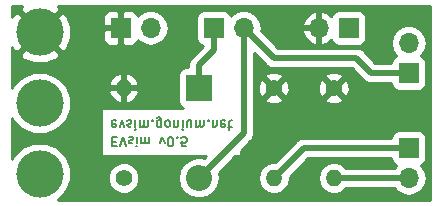
<source format=gbr>
%TF.GenerationSoftware,KiCad,Pcbnew,5.0.1-33cea8e~68~ubuntu16.04.1*%
%TF.CreationDate,2018-12-14T10:51:57+01:00*%
%TF.ProjectId,EVSE-Car-Simulator,455653452D4361722D53696D756C6174,rev?*%
%TF.SameCoordinates,Original*%
%TF.FileFunction,Copper,L2,Bot,Signal*%
%TF.FilePolarity,Positive*%
%FSLAX46Y46*%
G04 Gerber Fmt 4.6, Leading zero omitted, Abs format (unit mm)*
G04 Created by KiCad (PCBNEW 5.0.1-33cea8e~68~ubuntu16.04.1) date Fr 14 Dez 2018 10:51:57 CET*
%MOMM*%
%LPD*%
G01*
G04 APERTURE LIST*
%ADD10C,0.200000*%
%ADD11C,1.400000*%
%ADD12O,1.400000X1.400000*%
%ADD13C,4.000000*%
%ADD14R,1.700000X1.700000*%
%ADD15O,1.700000X1.700000*%
%ADD16O,2.200000X2.200000*%
%ADD17R,2.200000X2.200000*%
%ADD18C,0.500000*%
%ADD19C,0.254000*%
G04 APERTURE END LIST*
D10*
X133670476Y-106167142D02*
X133937142Y-106167142D01*
X134051428Y-105748095D02*
X133670476Y-105748095D01*
X133670476Y-106548095D01*
X134051428Y-106548095D01*
X134280000Y-106548095D02*
X134546666Y-105748095D01*
X134813333Y-106548095D01*
X135041904Y-105786190D02*
X135118095Y-105748095D01*
X135270476Y-105748095D01*
X135346666Y-105786190D01*
X135384761Y-105862380D01*
X135384761Y-105900476D01*
X135346666Y-105976666D01*
X135270476Y-106014761D01*
X135156190Y-106014761D01*
X135080000Y-106052857D01*
X135041904Y-106129047D01*
X135041904Y-106167142D01*
X135080000Y-106243333D01*
X135156190Y-106281428D01*
X135270476Y-106281428D01*
X135346666Y-106243333D01*
X135727619Y-105748095D02*
X135727619Y-106281428D01*
X135727619Y-106548095D02*
X135689523Y-106510000D01*
X135727619Y-106471904D01*
X135765714Y-106510000D01*
X135727619Y-106548095D01*
X135727619Y-106471904D01*
X136108571Y-105748095D02*
X136108571Y-106281428D01*
X136108571Y-106205238D02*
X136146666Y-106243333D01*
X136222857Y-106281428D01*
X136337142Y-106281428D01*
X136413333Y-106243333D01*
X136451428Y-106167142D01*
X136451428Y-105748095D01*
X136451428Y-106167142D02*
X136489523Y-106243333D01*
X136565714Y-106281428D01*
X136680000Y-106281428D01*
X136756190Y-106243333D01*
X136794285Y-106167142D01*
X136794285Y-105748095D01*
X137708571Y-106281428D02*
X137899047Y-105748095D01*
X138089523Y-106281428D01*
X138546666Y-106548095D02*
X138622857Y-106548095D01*
X138699047Y-106510000D01*
X138737142Y-106471904D01*
X138775238Y-106395714D01*
X138813333Y-106243333D01*
X138813333Y-106052857D01*
X138775238Y-105900476D01*
X138737142Y-105824285D01*
X138699047Y-105786190D01*
X138622857Y-105748095D01*
X138546666Y-105748095D01*
X138470476Y-105786190D01*
X138432380Y-105824285D01*
X138394285Y-105900476D01*
X138356190Y-106052857D01*
X138356190Y-106243333D01*
X138394285Y-106395714D01*
X138432380Y-106471904D01*
X138470476Y-106510000D01*
X138546666Y-106548095D01*
X139156190Y-105824285D02*
X139194285Y-105786190D01*
X139156190Y-105748095D01*
X139118095Y-105786190D01*
X139156190Y-105824285D01*
X139156190Y-105748095D01*
X139918095Y-106548095D02*
X139537142Y-106548095D01*
X139499047Y-106167142D01*
X139537142Y-106205238D01*
X139613333Y-106243333D01*
X139803809Y-106243333D01*
X139880000Y-106205238D01*
X139918095Y-106167142D01*
X139956190Y-106090952D01*
X139956190Y-105900476D01*
X139918095Y-105824285D01*
X139880000Y-105786190D01*
X139803809Y-105748095D01*
X139613333Y-105748095D01*
X139537142Y-105786190D01*
X139499047Y-105824285D01*
X133975238Y-104386190D02*
X133899047Y-104348095D01*
X133746666Y-104348095D01*
X133670476Y-104386190D01*
X133632380Y-104462380D01*
X133632380Y-104767142D01*
X133670476Y-104843333D01*
X133746666Y-104881428D01*
X133899047Y-104881428D01*
X133975238Y-104843333D01*
X134013333Y-104767142D01*
X134013333Y-104690952D01*
X133632380Y-104614761D01*
X134280000Y-104881428D02*
X134470476Y-104348095D01*
X134660952Y-104881428D01*
X134927619Y-104386190D02*
X135003809Y-104348095D01*
X135156190Y-104348095D01*
X135232380Y-104386190D01*
X135270476Y-104462380D01*
X135270476Y-104500476D01*
X135232380Y-104576666D01*
X135156190Y-104614761D01*
X135041904Y-104614761D01*
X134965714Y-104652857D01*
X134927619Y-104729047D01*
X134927619Y-104767142D01*
X134965714Y-104843333D01*
X135041904Y-104881428D01*
X135156190Y-104881428D01*
X135232380Y-104843333D01*
X135613333Y-104348095D02*
X135613333Y-104881428D01*
X135613333Y-105148095D02*
X135575238Y-105110000D01*
X135613333Y-105071904D01*
X135651428Y-105110000D01*
X135613333Y-105148095D01*
X135613333Y-105071904D01*
X135994285Y-104348095D02*
X135994285Y-104881428D01*
X135994285Y-104805238D02*
X136032380Y-104843333D01*
X136108571Y-104881428D01*
X136222857Y-104881428D01*
X136299047Y-104843333D01*
X136337142Y-104767142D01*
X136337142Y-104348095D01*
X136337142Y-104767142D02*
X136375238Y-104843333D01*
X136451428Y-104881428D01*
X136565714Y-104881428D01*
X136641904Y-104843333D01*
X136680000Y-104767142D01*
X136680000Y-104348095D01*
X137060952Y-104424285D02*
X137099047Y-104386190D01*
X137060952Y-104348095D01*
X137022857Y-104386190D01*
X137060952Y-104424285D01*
X137060952Y-104348095D01*
X137784761Y-104881428D02*
X137784761Y-104233809D01*
X137746666Y-104157619D01*
X137708571Y-104119523D01*
X137632380Y-104081428D01*
X137518095Y-104081428D01*
X137441904Y-104119523D01*
X137784761Y-104386190D02*
X137708571Y-104348095D01*
X137556190Y-104348095D01*
X137480000Y-104386190D01*
X137441904Y-104424285D01*
X137403809Y-104500476D01*
X137403809Y-104729047D01*
X137441904Y-104805238D01*
X137480000Y-104843333D01*
X137556190Y-104881428D01*
X137708571Y-104881428D01*
X137784761Y-104843333D01*
X138280000Y-104348095D02*
X138203809Y-104386190D01*
X138165714Y-104424285D01*
X138127619Y-104500476D01*
X138127619Y-104729047D01*
X138165714Y-104805238D01*
X138203809Y-104843333D01*
X138280000Y-104881428D01*
X138394285Y-104881428D01*
X138470476Y-104843333D01*
X138508571Y-104805238D01*
X138546666Y-104729047D01*
X138546666Y-104500476D01*
X138508571Y-104424285D01*
X138470476Y-104386190D01*
X138394285Y-104348095D01*
X138280000Y-104348095D01*
X138889523Y-104881428D02*
X138889523Y-104348095D01*
X138889523Y-104805238D02*
X138927619Y-104843333D01*
X139003809Y-104881428D01*
X139118095Y-104881428D01*
X139194285Y-104843333D01*
X139232380Y-104767142D01*
X139232380Y-104348095D01*
X139613333Y-104348095D02*
X139613333Y-104881428D01*
X139613333Y-105148095D02*
X139575238Y-105110000D01*
X139613333Y-105071904D01*
X139651428Y-105110000D01*
X139613333Y-105148095D01*
X139613333Y-105071904D01*
X140337142Y-104881428D02*
X140337142Y-104348095D01*
X139994285Y-104881428D02*
X139994285Y-104462380D01*
X140032380Y-104386190D01*
X140108571Y-104348095D01*
X140222857Y-104348095D01*
X140299047Y-104386190D01*
X140337142Y-104424285D01*
X140718095Y-104348095D02*
X140718095Y-104881428D01*
X140718095Y-104805238D02*
X140756190Y-104843333D01*
X140832380Y-104881428D01*
X140946666Y-104881428D01*
X141022857Y-104843333D01*
X141060952Y-104767142D01*
X141060952Y-104348095D01*
X141060952Y-104767142D02*
X141099047Y-104843333D01*
X141175238Y-104881428D01*
X141289523Y-104881428D01*
X141365714Y-104843333D01*
X141403809Y-104767142D01*
X141403809Y-104348095D01*
X141784761Y-104424285D02*
X141822857Y-104386190D01*
X141784761Y-104348095D01*
X141746666Y-104386190D01*
X141784761Y-104424285D01*
X141784761Y-104348095D01*
X142165714Y-104881428D02*
X142165714Y-104348095D01*
X142165714Y-104805238D02*
X142203809Y-104843333D01*
X142280000Y-104881428D01*
X142394285Y-104881428D01*
X142470476Y-104843333D01*
X142508571Y-104767142D01*
X142508571Y-104348095D01*
X143194285Y-104386190D02*
X143118095Y-104348095D01*
X142965714Y-104348095D01*
X142889523Y-104386190D01*
X142851428Y-104462380D01*
X142851428Y-104767142D01*
X142889523Y-104843333D01*
X142965714Y-104881428D01*
X143118095Y-104881428D01*
X143194285Y-104843333D01*
X143232380Y-104767142D01*
X143232380Y-104690952D01*
X142851428Y-104614761D01*
X143460952Y-104881428D02*
X143765714Y-104881428D01*
X143575238Y-105148095D02*
X143575238Y-104462380D01*
X143613333Y-104386190D01*
X143689523Y-104348095D01*
X143765714Y-104348095D01*
D11*
X134620000Y-109220000D03*
D12*
X134620000Y-101600000D03*
D13*
X127508000Y-108870000D03*
X127508000Y-102870000D03*
X127508000Y-96870000D03*
D14*
X134366000Y-96520000D03*
D15*
X136906000Y-96520000D03*
D16*
X140970000Y-109220000D03*
D17*
X140970000Y-101600000D03*
D14*
X153670000Y-96520000D03*
D15*
X151130000Y-96520000D03*
X158750000Y-97790000D03*
D14*
X158750000Y-100330000D03*
D15*
X144780000Y-96520000D03*
D14*
X142240000Y-96520000D03*
X158750000Y-106680000D03*
D15*
X158750000Y-109220000D03*
D12*
X147320000Y-109220000D03*
D11*
X147320000Y-101600000D03*
X152400000Y-101600000D03*
D12*
X152400000Y-109220000D03*
D18*
X144780000Y-105410000D02*
X140970000Y-109220000D01*
X144780000Y-96520000D02*
X144780000Y-105410000D01*
X158750000Y-100330000D02*
X155575000Y-100330000D01*
X155575000Y-100330000D02*
X154305000Y-99060000D01*
X154305000Y-99060000D02*
X147320000Y-99060000D01*
X147320000Y-99060000D02*
X144780000Y-96520000D01*
X142240000Y-96520000D02*
X142240000Y-98425000D01*
X140970000Y-99695000D02*
X140970000Y-101600000D01*
X142240000Y-98425000D02*
X140970000Y-99695000D01*
X149860000Y-106680000D02*
X158750000Y-106680000D01*
X147320000Y-109220000D02*
X149860000Y-106680000D01*
X152400000Y-109220000D02*
X158750000Y-109220000D01*
D19*
G36*
X125812584Y-94994978D02*
X127508000Y-96690395D01*
X129203416Y-94994978D01*
X129021798Y-94690000D01*
X160580001Y-94690000D01*
X160580000Y-111050000D01*
X129054453Y-111050000D01*
X129741845Y-110362608D01*
X130143000Y-109394134D01*
X130143000Y-108954452D01*
X133285000Y-108954452D01*
X133285000Y-109485548D01*
X133488242Y-109976217D01*
X133863783Y-110351758D01*
X134354452Y-110555000D01*
X134885548Y-110555000D01*
X135376217Y-110351758D01*
X135751758Y-109976217D01*
X135955000Y-109485548D01*
X135955000Y-108954452D01*
X135751758Y-108463783D01*
X135376217Y-108088242D01*
X134885548Y-107885000D01*
X134354452Y-107885000D01*
X133863783Y-108088242D01*
X133488242Y-108463783D01*
X133285000Y-108954452D01*
X130143000Y-108954452D01*
X130143000Y-108345866D01*
X129741845Y-107377392D01*
X129000608Y-106636155D01*
X128032134Y-106235000D01*
X126983866Y-106235000D01*
X126015392Y-106636155D01*
X125274155Y-107377392D01*
X125170000Y-107628844D01*
X125170000Y-104111156D01*
X125274155Y-104362608D01*
X126015392Y-105103845D01*
X126983866Y-105505000D01*
X128032134Y-105505000D01*
X129000608Y-105103845D01*
X129741845Y-104362608D01*
X130143000Y-103394134D01*
X130143000Y-103301000D01*
X132715000Y-103301000D01*
X132715000Y-107371000D01*
X141567422Y-107371000D01*
X141401568Y-107536854D01*
X141140880Y-107485000D01*
X140799120Y-107485000D01*
X140293037Y-107585666D01*
X139719135Y-107969135D01*
X139335666Y-108543037D01*
X139201010Y-109220000D01*
X139335666Y-109896963D01*
X139719135Y-110470865D01*
X140293037Y-110854334D01*
X140799120Y-110955000D01*
X141140880Y-110955000D01*
X141646963Y-110854334D01*
X142220865Y-110470865D01*
X142604334Y-109896963D01*
X142738990Y-109220000D01*
X145958846Y-109220000D01*
X146062458Y-109740891D01*
X146357519Y-110182481D01*
X146799109Y-110477542D01*
X147188515Y-110555000D01*
X147451485Y-110555000D01*
X147840891Y-110477542D01*
X148282481Y-110182481D01*
X148577542Y-109740891D01*
X148681154Y-109220000D01*
X148662974Y-109128604D01*
X150226579Y-107565000D01*
X157259522Y-107565000D01*
X157301843Y-107777765D01*
X157442191Y-107987809D01*
X157652235Y-108128157D01*
X157697619Y-108137184D01*
X157679375Y-108149375D01*
X157555344Y-108335000D01*
X153414252Y-108335000D01*
X153362481Y-108257519D01*
X152920891Y-107962458D01*
X152531485Y-107885000D01*
X152268515Y-107885000D01*
X151879109Y-107962458D01*
X151437519Y-108257519D01*
X151142458Y-108699109D01*
X151038846Y-109220000D01*
X151142458Y-109740891D01*
X151437519Y-110182481D01*
X151879109Y-110477542D01*
X152268515Y-110555000D01*
X152531485Y-110555000D01*
X152920891Y-110477542D01*
X153362481Y-110182481D01*
X153414252Y-110105000D01*
X157555344Y-110105000D01*
X157679375Y-110290625D01*
X158170582Y-110618839D01*
X158603744Y-110705000D01*
X158896256Y-110705000D01*
X159329418Y-110618839D01*
X159820625Y-110290625D01*
X160148839Y-109799418D01*
X160264092Y-109220000D01*
X160148839Y-108640582D01*
X159820625Y-108149375D01*
X159802381Y-108137184D01*
X159847765Y-108128157D01*
X160057809Y-107987809D01*
X160198157Y-107777765D01*
X160247440Y-107530000D01*
X160247440Y-105830000D01*
X160198157Y-105582235D01*
X160057809Y-105372191D01*
X159847765Y-105231843D01*
X159600000Y-105182560D01*
X157900000Y-105182560D01*
X157652235Y-105231843D01*
X157442191Y-105372191D01*
X157301843Y-105582235D01*
X157259522Y-105795000D01*
X149947159Y-105795000D01*
X149859999Y-105777663D01*
X149772839Y-105795000D01*
X149772835Y-105795000D01*
X149514690Y-105846348D01*
X149514688Y-105846349D01*
X149514689Y-105846349D01*
X149295845Y-105992576D01*
X149295844Y-105992577D01*
X149221951Y-106041951D01*
X149172577Y-106115844D01*
X147403422Y-107885000D01*
X147188515Y-107885000D01*
X146799109Y-107962458D01*
X146357519Y-108257519D01*
X146062458Y-108699109D01*
X145958846Y-109220000D01*
X142738990Y-109220000D01*
X142653146Y-108788432D01*
X144070579Y-107371000D01*
X144546905Y-107371000D01*
X144546905Y-106894674D01*
X145344156Y-106097423D01*
X145418049Y-106048049D01*
X145563746Y-105830000D01*
X145613652Y-105755310D01*
X145665000Y-105497165D01*
X145665000Y-105497161D01*
X145682337Y-105410000D01*
X145665000Y-105322839D01*
X145665000Y-102535275D01*
X146564331Y-102535275D01*
X146626169Y-102771042D01*
X147127122Y-102947419D01*
X147657440Y-102918664D01*
X148013831Y-102771042D01*
X148075669Y-102535275D01*
X151644331Y-102535275D01*
X151706169Y-102771042D01*
X152207122Y-102947419D01*
X152737440Y-102918664D01*
X153093831Y-102771042D01*
X153155669Y-102535275D01*
X152400000Y-101779605D01*
X151644331Y-102535275D01*
X148075669Y-102535275D01*
X147320000Y-101779605D01*
X146564331Y-102535275D01*
X145665000Y-102535275D01*
X145665000Y-101407122D01*
X145972581Y-101407122D01*
X146001336Y-101937440D01*
X146148958Y-102293831D01*
X146384725Y-102355669D01*
X147140395Y-101600000D01*
X147499605Y-101600000D01*
X148255275Y-102355669D01*
X148491042Y-102293831D01*
X148667419Y-101792878D01*
X148646503Y-101407122D01*
X151052581Y-101407122D01*
X151081336Y-101937440D01*
X151228958Y-102293831D01*
X151464725Y-102355669D01*
X152220395Y-101600000D01*
X152579605Y-101600000D01*
X153335275Y-102355669D01*
X153571042Y-102293831D01*
X153747419Y-101792878D01*
X153718664Y-101262560D01*
X153571042Y-100906169D01*
X153335275Y-100844331D01*
X152579605Y-101600000D01*
X152220395Y-101600000D01*
X151464725Y-100844331D01*
X151228958Y-100906169D01*
X151052581Y-101407122D01*
X148646503Y-101407122D01*
X148638664Y-101262560D01*
X148491042Y-100906169D01*
X148255275Y-100844331D01*
X147499605Y-101600000D01*
X147140395Y-101600000D01*
X146384725Y-100844331D01*
X146148958Y-100906169D01*
X145972581Y-101407122D01*
X145665000Y-101407122D01*
X145665000Y-100664725D01*
X146564331Y-100664725D01*
X147320000Y-101420395D01*
X148075669Y-100664725D01*
X151644331Y-100664725D01*
X152400000Y-101420395D01*
X153155669Y-100664725D01*
X153093831Y-100428958D01*
X152592878Y-100252581D01*
X152062560Y-100281336D01*
X151706169Y-100428958D01*
X151644331Y-100664725D01*
X148075669Y-100664725D01*
X148013831Y-100428958D01*
X147512878Y-100252581D01*
X146982560Y-100281336D01*
X146626169Y-100428958D01*
X146564331Y-100664725D01*
X145665000Y-100664725D01*
X145665000Y-98656579D01*
X146632577Y-99624156D01*
X146681951Y-99698049D01*
X146755844Y-99747423D01*
X146755845Y-99747424D01*
X146783414Y-99765845D01*
X146974690Y-99893652D01*
X147232835Y-99945000D01*
X147232839Y-99945000D01*
X147319999Y-99962337D01*
X147407159Y-99945000D01*
X153938422Y-99945000D01*
X154887577Y-100894156D01*
X154936951Y-100968049D01*
X155010844Y-101017423D01*
X155010845Y-101017424D01*
X155121880Y-101091615D01*
X155229690Y-101163652D01*
X155487835Y-101215000D01*
X155487839Y-101215000D01*
X155574999Y-101232337D01*
X155662159Y-101215000D01*
X157259522Y-101215000D01*
X157301843Y-101427765D01*
X157442191Y-101637809D01*
X157652235Y-101778157D01*
X157900000Y-101827440D01*
X159600000Y-101827440D01*
X159847765Y-101778157D01*
X160057809Y-101637809D01*
X160198157Y-101427765D01*
X160247440Y-101180000D01*
X160247440Y-99480000D01*
X160198157Y-99232235D01*
X160057809Y-99022191D01*
X159847765Y-98881843D01*
X159802381Y-98872816D01*
X159820625Y-98860625D01*
X160148839Y-98369418D01*
X160264092Y-97790000D01*
X160148839Y-97210582D01*
X159820625Y-96719375D01*
X159329418Y-96391161D01*
X158896256Y-96305000D01*
X158603744Y-96305000D01*
X158170582Y-96391161D01*
X157679375Y-96719375D01*
X157351161Y-97210582D01*
X157235908Y-97790000D01*
X157351161Y-98369418D01*
X157679375Y-98860625D01*
X157697619Y-98872816D01*
X157652235Y-98881843D01*
X157442191Y-99022191D01*
X157301843Y-99232235D01*
X157259522Y-99445000D01*
X155941579Y-99445000D01*
X154992425Y-98495847D01*
X154943049Y-98421951D01*
X154650310Y-98226348D01*
X154392165Y-98175000D01*
X154392161Y-98175000D01*
X154305000Y-98157663D01*
X154217839Y-98175000D01*
X147686579Y-98175000D01*
X146388471Y-96876892D01*
X149688514Y-96876892D01*
X149934817Y-97401358D01*
X150363076Y-97791645D01*
X150773110Y-97961476D01*
X151003000Y-97840155D01*
X151003000Y-96647000D01*
X149809181Y-96647000D01*
X149688514Y-96876892D01*
X146388471Y-96876892D01*
X146250538Y-96738960D01*
X146294092Y-96520000D01*
X146223103Y-96163108D01*
X149688514Y-96163108D01*
X149809181Y-96393000D01*
X151003000Y-96393000D01*
X151003000Y-95199845D01*
X151257000Y-95199845D01*
X151257000Y-96393000D01*
X151277000Y-96393000D01*
X151277000Y-96647000D01*
X151257000Y-96647000D01*
X151257000Y-97840155D01*
X151486890Y-97961476D01*
X151896924Y-97791645D01*
X152201261Y-97514292D01*
X152221843Y-97617765D01*
X152362191Y-97827809D01*
X152572235Y-97968157D01*
X152820000Y-98017440D01*
X154520000Y-98017440D01*
X154767765Y-97968157D01*
X154977809Y-97827809D01*
X155118157Y-97617765D01*
X155167440Y-97370000D01*
X155167440Y-95670000D01*
X155118157Y-95422235D01*
X154977809Y-95212191D01*
X154767765Y-95071843D01*
X154520000Y-95022560D01*
X152820000Y-95022560D01*
X152572235Y-95071843D01*
X152362191Y-95212191D01*
X152221843Y-95422235D01*
X152201261Y-95525708D01*
X151896924Y-95248355D01*
X151486890Y-95078524D01*
X151257000Y-95199845D01*
X151003000Y-95199845D01*
X150773110Y-95078524D01*
X150363076Y-95248355D01*
X149934817Y-95638642D01*
X149688514Y-96163108D01*
X146223103Y-96163108D01*
X146178839Y-95940582D01*
X145850625Y-95449375D01*
X145359418Y-95121161D01*
X144926256Y-95035000D01*
X144633744Y-95035000D01*
X144200582Y-95121161D01*
X143709375Y-95449375D01*
X143697184Y-95467619D01*
X143688157Y-95422235D01*
X143547809Y-95212191D01*
X143337765Y-95071843D01*
X143090000Y-95022560D01*
X141390000Y-95022560D01*
X141142235Y-95071843D01*
X140932191Y-95212191D01*
X140791843Y-95422235D01*
X140742560Y-95670000D01*
X140742560Y-97370000D01*
X140791843Y-97617765D01*
X140932191Y-97827809D01*
X141142235Y-97968157D01*
X141355001Y-98010478D01*
X141355001Y-98058420D01*
X140405847Y-99007575D01*
X140331951Y-99056951D01*
X140136348Y-99349691D01*
X140085000Y-99607836D01*
X140085000Y-99607839D01*
X140067663Y-99695000D01*
X140085000Y-99782161D01*
X140085000Y-99852560D01*
X139870000Y-99852560D01*
X139622235Y-99901843D01*
X139412191Y-100042191D01*
X139271843Y-100252235D01*
X139222560Y-100500000D01*
X139222560Y-102700000D01*
X139271843Y-102947765D01*
X139412191Y-103157809D01*
X139622235Y-103298157D01*
X139636528Y-103301000D01*
X132715000Y-103301000D01*
X130143000Y-103301000D01*
X130143000Y-102345866D01*
X129972123Y-101933331D01*
X133327273Y-101933331D01*
X133553236Y-102402663D01*
X133941604Y-102749797D01*
X134286671Y-102892716D01*
X134493000Y-102769374D01*
X134493000Y-101727000D01*
X134747000Y-101727000D01*
X134747000Y-102769374D01*
X134953329Y-102892716D01*
X135298396Y-102749797D01*
X135686764Y-102402663D01*
X135912727Y-101933331D01*
X135790206Y-101727000D01*
X134747000Y-101727000D01*
X134493000Y-101727000D01*
X133449794Y-101727000D01*
X133327273Y-101933331D01*
X129972123Y-101933331D01*
X129741845Y-101377392D01*
X129631122Y-101266669D01*
X133327273Y-101266669D01*
X133449794Y-101473000D01*
X134493000Y-101473000D01*
X134493000Y-100430626D01*
X134747000Y-100430626D01*
X134747000Y-101473000D01*
X135790206Y-101473000D01*
X135912727Y-101266669D01*
X135686764Y-100797337D01*
X135298396Y-100450203D01*
X134953329Y-100307284D01*
X134747000Y-100430626D01*
X134493000Y-100430626D01*
X134286671Y-100307284D01*
X133941604Y-100450203D01*
X133553236Y-100797337D01*
X133327273Y-101266669D01*
X129631122Y-101266669D01*
X129000608Y-100636155D01*
X128032134Y-100235000D01*
X126983866Y-100235000D01*
X126015392Y-100636155D01*
X125274155Y-101377392D01*
X125170000Y-101628844D01*
X125170000Y-98745022D01*
X125812584Y-98745022D01*
X126033353Y-99115743D01*
X127005012Y-99509119D01*
X128053247Y-99500713D01*
X128982647Y-99115743D01*
X129203416Y-98745022D01*
X127508000Y-97049605D01*
X125812584Y-98745022D01*
X125170000Y-98745022D01*
X125170000Y-98121919D01*
X125262257Y-98344647D01*
X125632978Y-98565416D01*
X127328395Y-96870000D01*
X127687605Y-96870000D01*
X129383022Y-98565416D01*
X129753743Y-98344647D01*
X130147119Y-97372988D01*
X130142571Y-96805750D01*
X132881000Y-96805750D01*
X132881000Y-97496309D01*
X132977673Y-97729698D01*
X133156301Y-97908327D01*
X133389690Y-98005000D01*
X134080250Y-98005000D01*
X134239000Y-97846250D01*
X134239000Y-96647000D01*
X133039750Y-96647000D01*
X132881000Y-96805750D01*
X130142571Y-96805750D01*
X130138713Y-96324753D01*
X129815187Y-95543691D01*
X132881000Y-95543691D01*
X132881000Y-96234250D01*
X133039750Y-96393000D01*
X134239000Y-96393000D01*
X134239000Y-95193750D01*
X134493000Y-95193750D01*
X134493000Y-96393000D01*
X134513000Y-96393000D01*
X134513000Y-96647000D01*
X134493000Y-96647000D01*
X134493000Y-97846250D01*
X134651750Y-98005000D01*
X135342310Y-98005000D01*
X135575699Y-97908327D01*
X135754327Y-97729698D01*
X135820904Y-97568967D01*
X135835375Y-97590625D01*
X136326582Y-97918839D01*
X136759744Y-98005000D01*
X137052256Y-98005000D01*
X137485418Y-97918839D01*
X137976625Y-97590625D01*
X138304839Y-97099418D01*
X138420092Y-96520000D01*
X138304839Y-95940582D01*
X137976625Y-95449375D01*
X137485418Y-95121161D01*
X137052256Y-95035000D01*
X136759744Y-95035000D01*
X136326582Y-95121161D01*
X135835375Y-95449375D01*
X135820904Y-95471033D01*
X135754327Y-95310302D01*
X135575699Y-95131673D01*
X135342310Y-95035000D01*
X134651750Y-95035000D01*
X134493000Y-95193750D01*
X134239000Y-95193750D01*
X134080250Y-95035000D01*
X133389690Y-95035000D01*
X133156301Y-95131673D01*
X132977673Y-95310302D01*
X132881000Y-95543691D01*
X129815187Y-95543691D01*
X129753743Y-95395353D01*
X129383022Y-95174584D01*
X127687605Y-96870000D01*
X127328395Y-96870000D01*
X125632978Y-95174584D01*
X125262257Y-95395353D01*
X125170000Y-95623233D01*
X125170000Y-94690000D01*
X125994202Y-94690000D01*
X125812584Y-94994978D01*
X125812584Y-94994978D01*
G37*
X125812584Y-94994978D02*
X127508000Y-96690395D01*
X129203416Y-94994978D01*
X129021798Y-94690000D01*
X160580001Y-94690000D01*
X160580000Y-111050000D01*
X129054453Y-111050000D01*
X129741845Y-110362608D01*
X130143000Y-109394134D01*
X130143000Y-108954452D01*
X133285000Y-108954452D01*
X133285000Y-109485548D01*
X133488242Y-109976217D01*
X133863783Y-110351758D01*
X134354452Y-110555000D01*
X134885548Y-110555000D01*
X135376217Y-110351758D01*
X135751758Y-109976217D01*
X135955000Y-109485548D01*
X135955000Y-108954452D01*
X135751758Y-108463783D01*
X135376217Y-108088242D01*
X134885548Y-107885000D01*
X134354452Y-107885000D01*
X133863783Y-108088242D01*
X133488242Y-108463783D01*
X133285000Y-108954452D01*
X130143000Y-108954452D01*
X130143000Y-108345866D01*
X129741845Y-107377392D01*
X129000608Y-106636155D01*
X128032134Y-106235000D01*
X126983866Y-106235000D01*
X126015392Y-106636155D01*
X125274155Y-107377392D01*
X125170000Y-107628844D01*
X125170000Y-104111156D01*
X125274155Y-104362608D01*
X126015392Y-105103845D01*
X126983866Y-105505000D01*
X128032134Y-105505000D01*
X129000608Y-105103845D01*
X129741845Y-104362608D01*
X130143000Y-103394134D01*
X130143000Y-103301000D01*
X132715000Y-103301000D01*
X132715000Y-107371000D01*
X141567422Y-107371000D01*
X141401568Y-107536854D01*
X141140880Y-107485000D01*
X140799120Y-107485000D01*
X140293037Y-107585666D01*
X139719135Y-107969135D01*
X139335666Y-108543037D01*
X139201010Y-109220000D01*
X139335666Y-109896963D01*
X139719135Y-110470865D01*
X140293037Y-110854334D01*
X140799120Y-110955000D01*
X141140880Y-110955000D01*
X141646963Y-110854334D01*
X142220865Y-110470865D01*
X142604334Y-109896963D01*
X142738990Y-109220000D01*
X145958846Y-109220000D01*
X146062458Y-109740891D01*
X146357519Y-110182481D01*
X146799109Y-110477542D01*
X147188515Y-110555000D01*
X147451485Y-110555000D01*
X147840891Y-110477542D01*
X148282481Y-110182481D01*
X148577542Y-109740891D01*
X148681154Y-109220000D01*
X148662974Y-109128604D01*
X150226579Y-107565000D01*
X157259522Y-107565000D01*
X157301843Y-107777765D01*
X157442191Y-107987809D01*
X157652235Y-108128157D01*
X157697619Y-108137184D01*
X157679375Y-108149375D01*
X157555344Y-108335000D01*
X153414252Y-108335000D01*
X153362481Y-108257519D01*
X152920891Y-107962458D01*
X152531485Y-107885000D01*
X152268515Y-107885000D01*
X151879109Y-107962458D01*
X151437519Y-108257519D01*
X151142458Y-108699109D01*
X151038846Y-109220000D01*
X151142458Y-109740891D01*
X151437519Y-110182481D01*
X151879109Y-110477542D01*
X152268515Y-110555000D01*
X152531485Y-110555000D01*
X152920891Y-110477542D01*
X153362481Y-110182481D01*
X153414252Y-110105000D01*
X157555344Y-110105000D01*
X157679375Y-110290625D01*
X158170582Y-110618839D01*
X158603744Y-110705000D01*
X158896256Y-110705000D01*
X159329418Y-110618839D01*
X159820625Y-110290625D01*
X160148839Y-109799418D01*
X160264092Y-109220000D01*
X160148839Y-108640582D01*
X159820625Y-108149375D01*
X159802381Y-108137184D01*
X159847765Y-108128157D01*
X160057809Y-107987809D01*
X160198157Y-107777765D01*
X160247440Y-107530000D01*
X160247440Y-105830000D01*
X160198157Y-105582235D01*
X160057809Y-105372191D01*
X159847765Y-105231843D01*
X159600000Y-105182560D01*
X157900000Y-105182560D01*
X157652235Y-105231843D01*
X157442191Y-105372191D01*
X157301843Y-105582235D01*
X157259522Y-105795000D01*
X149947159Y-105795000D01*
X149859999Y-105777663D01*
X149772839Y-105795000D01*
X149772835Y-105795000D01*
X149514690Y-105846348D01*
X149514688Y-105846349D01*
X149514689Y-105846349D01*
X149295845Y-105992576D01*
X149295844Y-105992577D01*
X149221951Y-106041951D01*
X149172577Y-106115844D01*
X147403422Y-107885000D01*
X147188515Y-107885000D01*
X146799109Y-107962458D01*
X146357519Y-108257519D01*
X146062458Y-108699109D01*
X145958846Y-109220000D01*
X142738990Y-109220000D01*
X142653146Y-108788432D01*
X144070579Y-107371000D01*
X144546905Y-107371000D01*
X144546905Y-106894674D01*
X145344156Y-106097423D01*
X145418049Y-106048049D01*
X145563746Y-105830000D01*
X145613652Y-105755310D01*
X145665000Y-105497165D01*
X145665000Y-105497161D01*
X145682337Y-105410000D01*
X145665000Y-105322839D01*
X145665000Y-102535275D01*
X146564331Y-102535275D01*
X146626169Y-102771042D01*
X147127122Y-102947419D01*
X147657440Y-102918664D01*
X148013831Y-102771042D01*
X148075669Y-102535275D01*
X151644331Y-102535275D01*
X151706169Y-102771042D01*
X152207122Y-102947419D01*
X152737440Y-102918664D01*
X153093831Y-102771042D01*
X153155669Y-102535275D01*
X152400000Y-101779605D01*
X151644331Y-102535275D01*
X148075669Y-102535275D01*
X147320000Y-101779605D01*
X146564331Y-102535275D01*
X145665000Y-102535275D01*
X145665000Y-101407122D01*
X145972581Y-101407122D01*
X146001336Y-101937440D01*
X146148958Y-102293831D01*
X146384725Y-102355669D01*
X147140395Y-101600000D01*
X147499605Y-101600000D01*
X148255275Y-102355669D01*
X148491042Y-102293831D01*
X148667419Y-101792878D01*
X148646503Y-101407122D01*
X151052581Y-101407122D01*
X151081336Y-101937440D01*
X151228958Y-102293831D01*
X151464725Y-102355669D01*
X152220395Y-101600000D01*
X152579605Y-101600000D01*
X153335275Y-102355669D01*
X153571042Y-102293831D01*
X153747419Y-101792878D01*
X153718664Y-101262560D01*
X153571042Y-100906169D01*
X153335275Y-100844331D01*
X152579605Y-101600000D01*
X152220395Y-101600000D01*
X151464725Y-100844331D01*
X151228958Y-100906169D01*
X151052581Y-101407122D01*
X148646503Y-101407122D01*
X148638664Y-101262560D01*
X148491042Y-100906169D01*
X148255275Y-100844331D01*
X147499605Y-101600000D01*
X147140395Y-101600000D01*
X146384725Y-100844331D01*
X146148958Y-100906169D01*
X145972581Y-101407122D01*
X145665000Y-101407122D01*
X145665000Y-100664725D01*
X146564331Y-100664725D01*
X147320000Y-101420395D01*
X148075669Y-100664725D01*
X151644331Y-100664725D01*
X152400000Y-101420395D01*
X153155669Y-100664725D01*
X153093831Y-100428958D01*
X152592878Y-100252581D01*
X152062560Y-100281336D01*
X151706169Y-100428958D01*
X151644331Y-100664725D01*
X148075669Y-100664725D01*
X148013831Y-100428958D01*
X147512878Y-100252581D01*
X146982560Y-100281336D01*
X146626169Y-100428958D01*
X146564331Y-100664725D01*
X145665000Y-100664725D01*
X145665000Y-98656579D01*
X146632577Y-99624156D01*
X146681951Y-99698049D01*
X146755844Y-99747423D01*
X146755845Y-99747424D01*
X146783414Y-99765845D01*
X146974690Y-99893652D01*
X147232835Y-99945000D01*
X147232839Y-99945000D01*
X147319999Y-99962337D01*
X147407159Y-99945000D01*
X153938422Y-99945000D01*
X154887577Y-100894156D01*
X154936951Y-100968049D01*
X155010844Y-101017423D01*
X155010845Y-101017424D01*
X155121880Y-101091615D01*
X155229690Y-101163652D01*
X155487835Y-101215000D01*
X155487839Y-101215000D01*
X155574999Y-101232337D01*
X155662159Y-101215000D01*
X157259522Y-101215000D01*
X157301843Y-101427765D01*
X157442191Y-101637809D01*
X157652235Y-101778157D01*
X157900000Y-101827440D01*
X159600000Y-101827440D01*
X159847765Y-101778157D01*
X160057809Y-101637809D01*
X160198157Y-101427765D01*
X160247440Y-101180000D01*
X160247440Y-99480000D01*
X160198157Y-99232235D01*
X160057809Y-99022191D01*
X159847765Y-98881843D01*
X159802381Y-98872816D01*
X159820625Y-98860625D01*
X160148839Y-98369418D01*
X160264092Y-97790000D01*
X160148839Y-97210582D01*
X159820625Y-96719375D01*
X159329418Y-96391161D01*
X158896256Y-96305000D01*
X158603744Y-96305000D01*
X158170582Y-96391161D01*
X157679375Y-96719375D01*
X157351161Y-97210582D01*
X157235908Y-97790000D01*
X157351161Y-98369418D01*
X157679375Y-98860625D01*
X157697619Y-98872816D01*
X157652235Y-98881843D01*
X157442191Y-99022191D01*
X157301843Y-99232235D01*
X157259522Y-99445000D01*
X155941579Y-99445000D01*
X154992425Y-98495847D01*
X154943049Y-98421951D01*
X154650310Y-98226348D01*
X154392165Y-98175000D01*
X154392161Y-98175000D01*
X154305000Y-98157663D01*
X154217839Y-98175000D01*
X147686579Y-98175000D01*
X146388471Y-96876892D01*
X149688514Y-96876892D01*
X149934817Y-97401358D01*
X150363076Y-97791645D01*
X150773110Y-97961476D01*
X151003000Y-97840155D01*
X151003000Y-96647000D01*
X149809181Y-96647000D01*
X149688514Y-96876892D01*
X146388471Y-96876892D01*
X146250538Y-96738960D01*
X146294092Y-96520000D01*
X146223103Y-96163108D01*
X149688514Y-96163108D01*
X149809181Y-96393000D01*
X151003000Y-96393000D01*
X151003000Y-95199845D01*
X151257000Y-95199845D01*
X151257000Y-96393000D01*
X151277000Y-96393000D01*
X151277000Y-96647000D01*
X151257000Y-96647000D01*
X151257000Y-97840155D01*
X151486890Y-97961476D01*
X151896924Y-97791645D01*
X152201261Y-97514292D01*
X152221843Y-97617765D01*
X152362191Y-97827809D01*
X152572235Y-97968157D01*
X152820000Y-98017440D01*
X154520000Y-98017440D01*
X154767765Y-97968157D01*
X154977809Y-97827809D01*
X155118157Y-97617765D01*
X155167440Y-97370000D01*
X155167440Y-95670000D01*
X155118157Y-95422235D01*
X154977809Y-95212191D01*
X154767765Y-95071843D01*
X154520000Y-95022560D01*
X152820000Y-95022560D01*
X152572235Y-95071843D01*
X152362191Y-95212191D01*
X152221843Y-95422235D01*
X152201261Y-95525708D01*
X151896924Y-95248355D01*
X151486890Y-95078524D01*
X151257000Y-95199845D01*
X151003000Y-95199845D01*
X150773110Y-95078524D01*
X150363076Y-95248355D01*
X149934817Y-95638642D01*
X149688514Y-96163108D01*
X146223103Y-96163108D01*
X146178839Y-95940582D01*
X145850625Y-95449375D01*
X145359418Y-95121161D01*
X144926256Y-95035000D01*
X144633744Y-95035000D01*
X144200582Y-95121161D01*
X143709375Y-95449375D01*
X143697184Y-95467619D01*
X143688157Y-95422235D01*
X143547809Y-95212191D01*
X143337765Y-95071843D01*
X143090000Y-95022560D01*
X141390000Y-95022560D01*
X141142235Y-95071843D01*
X140932191Y-95212191D01*
X140791843Y-95422235D01*
X140742560Y-95670000D01*
X140742560Y-97370000D01*
X140791843Y-97617765D01*
X140932191Y-97827809D01*
X141142235Y-97968157D01*
X141355001Y-98010478D01*
X141355001Y-98058420D01*
X140405847Y-99007575D01*
X140331951Y-99056951D01*
X140136348Y-99349691D01*
X140085000Y-99607836D01*
X140085000Y-99607839D01*
X140067663Y-99695000D01*
X140085000Y-99782161D01*
X140085000Y-99852560D01*
X139870000Y-99852560D01*
X139622235Y-99901843D01*
X139412191Y-100042191D01*
X139271843Y-100252235D01*
X139222560Y-100500000D01*
X139222560Y-102700000D01*
X139271843Y-102947765D01*
X139412191Y-103157809D01*
X139622235Y-103298157D01*
X139636528Y-103301000D01*
X132715000Y-103301000D01*
X130143000Y-103301000D01*
X130143000Y-102345866D01*
X129972123Y-101933331D01*
X133327273Y-101933331D01*
X133553236Y-102402663D01*
X133941604Y-102749797D01*
X134286671Y-102892716D01*
X134493000Y-102769374D01*
X134493000Y-101727000D01*
X134747000Y-101727000D01*
X134747000Y-102769374D01*
X134953329Y-102892716D01*
X135298396Y-102749797D01*
X135686764Y-102402663D01*
X135912727Y-101933331D01*
X135790206Y-101727000D01*
X134747000Y-101727000D01*
X134493000Y-101727000D01*
X133449794Y-101727000D01*
X133327273Y-101933331D01*
X129972123Y-101933331D01*
X129741845Y-101377392D01*
X129631122Y-101266669D01*
X133327273Y-101266669D01*
X133449794Y-101473000D01*
X134493000Y-101473000D01*
X134493000Y-100430626D01*
X134747000Y-100430626D01*
X134747000Y-101473000D01*
X135790206Y-101473000D01*
X135912727Y-101266669D01*
X135686764Y-100797337D01*
X135298396Y-100450203D01*
X134953329Y-100307284D01*
X134747000Y-100430626D01*
X134493000Y-100430626D01*
X134286671Y-100307284D01*
X133941604Y-100450203D01*
X133553236Y-100797337D01*
X133327273Y-101266669D01*
X129631122Y-101266669D01*
X129000608Y-100636155D01*
X128032134Y-100235000D01*
X126983866Y-100235000D01*
X126015392Y-100636155D01*
X125274155Y-101377392D01*
X125170000Y-101628844D01*
X125170000Y-98745022D01*
X125812584Y-98745022D01*
X126033353Y-99115743D01*
X127005012Y-99509119D01*
X128053247Y-99500713D01*
X128982647Y-99115743D01*
X129203416Y-98745022D01*
X127508000Y-97049605D01*
X125812584Y-98745022D01*
X125170000Y-98745022D01*
X125170000Y-98121919D01*
X125262257Y-98344647D01*
X125632978Y-98565416D01*
X127328395Y-96870000D01*
X127687605Y-96870000D01*
X129383022Y-98565416D01*
X129753743Y-98344647D01*
X130147119Y-97372988D01*
X130142571Y-96805750D01*
X132881000Y-96805750D01*
X132881000Y-97496309D01*
X132977673Y-97729698D01*
X133156301Y-97908327D01*
X133389690Y-98005000D01*
X134080250Y-98005000D01*
X134239000Y-97846250D01*
X134239000Y-96647000D01*
X133039750Y-96647000D01*
X132881000Y-96805750D01*
X130142571Y-96805750D01*
X130138713Y-96324753D01*
X129815187Y-95543691D01*
X132881000Y-95543691D01*
X132881000Y-96234250D01*
X133039750Y-96393000D01*
X134239000Y-96393000D01*
X134239000Y-95193750D01*
X134493000Y-95193750D01*
X134493000Y-96393000D01*
X134513000Y-96393000D01*
X134513000Y-96647000D01*
X134493000Y-96647000D01*
X134493000Y-97846250D01*
X134651750Y-98005000D01*
X135342310Y-98005000D01*
X135575699Y-97908327D01*
X135754327Y-97729698D01*
X135820904Y-97568967D01*
X135835375Y-97590625D01*
X136326582Y-97918839D01*
X136759744Y-98005000D01*
X137052256Y-98005000D01*
X137485418Y-97918839D01*
X137976625Y-97590625D01*
X138304839Y-97099418D01*
X138420092Y-96520000D01*
X138304839Y-95940582D01*
X137976625Y-95449375D01*
X137485418Y-95121161D01*
X137052256Y-95035000D01*
X136759744Y-95035000D01*
X136326582Y-95121161D01*
X135835375Y-95449375D01*
X135820904Y-95471033D01*
X135754327Y-95310302D01*
X135575699Y-95131673D01*
X135342310Y-95035000D01*
X134651750Y-95035000D01*
X134493000Y-95193750D01*
X134239000Y-95193750D01*
X134080250Y-95035000D01*
X133389690Y-95035000D01*
X133156301Y-95131673D01*
X132977673Y-95310302D01*
X132881000Y-95543691D01*
X129815187Y-95543691D01*
X129753743Y-95395353D01*
X129383022Y-95174584D01*
X127687605Y-96870000D01*
X127328395Y-96870000D01*
X125632978Y-95174584D01*
X125262257Y-95395353D01*
X125170000Y-95623233D01*
X125170000Y-94690000D01*
X125994202Y-94690000D01*
X125812584Y-94994978D01*
M02*

</source>
